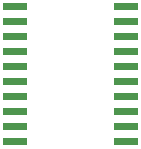
<source format=gbr>
G04 start of page 11 for group -4014 idx -4014 *
G04 Title: (unknown), bottompaste *
G04 Creator: pcb 20110918 *
G04 CreationDate: Thu 19 Dec 2013 05:48:54 PM GMT UTC *
G04 For: main-user *
G04 Format: Gerber/RS-274X *
G04 PCB-Dimensions: 1574803 787402 *
G04 PCB-Coordinate-Origin: lower left *
%MOIN*%
%FSLAX25Y25*%
%LNBOTTOMPASTE*%
%ADD297R,0.0236X0.0236*%
G54D297*X917736Y254902D02*X923248D01*
X917736Y259902D02*X923248D01*
X917736Y264902D02*X923248D01*
X917736Y269902D02*X923248D01*
X917736Y274902D02*X923248D01*
X917736Y279902D02*X923248D01*
X917736Y284902D02*X923248D01*
X917736Y289902D02*X923248D01*
X917736Y294902D02*X923248D01*
X917736Y299902D02*X923248D01*
X954744D02*X960256D01*
X954744Y294902D02*X960256D01*
X954744Y289902D02*X960256D01*
X954744Y284902D02*X960256D01*
X954744Y279902D02*X960256D01*
X954744Y274902D02*X960256D01*
X954744Y269902D02*X960256D01*
X954744Y264902D02*X960256D01*
X954744Y259902D02*X960256D01*
X954744Y254902D02*X960256D01*
M02*

</source>
